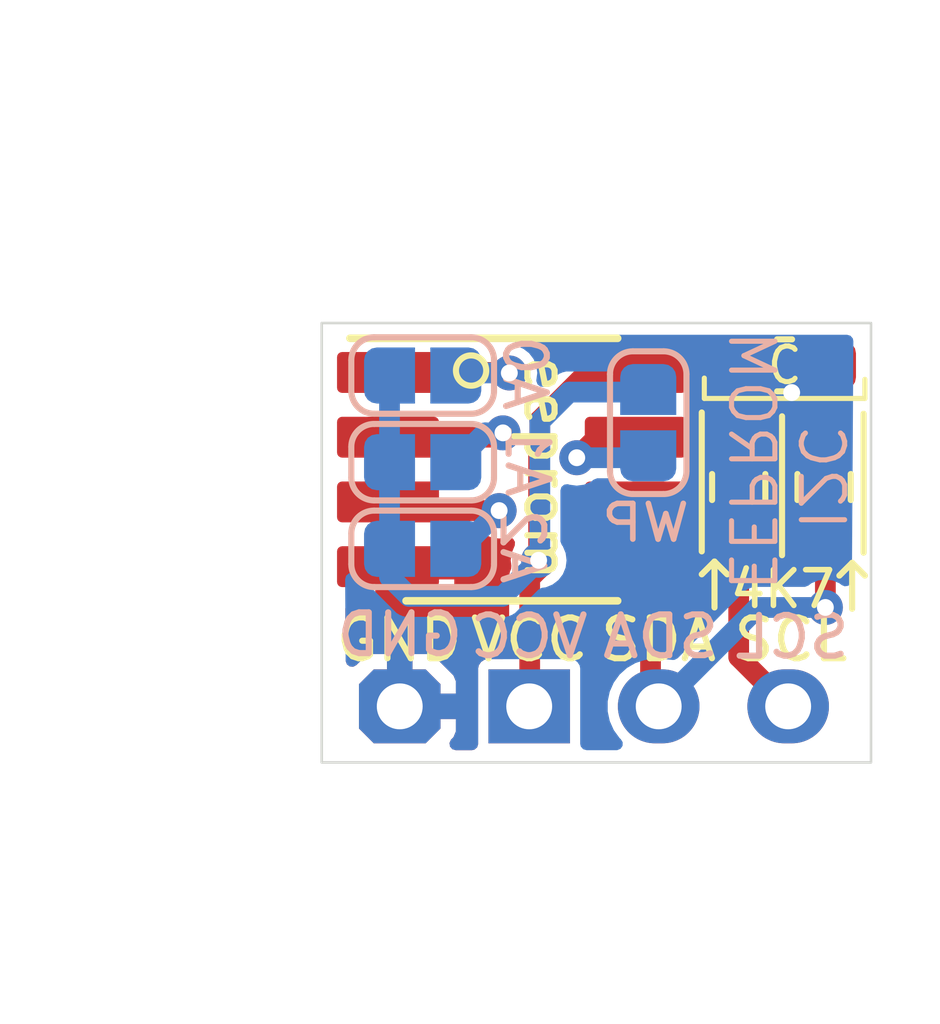
<source format=kicad_pcb>
(kicad_pcb (version 20221018) (generator pcbnew)
  (layers (0 "F.Cu" signal) (31 "B.Cu" signal) (34 "B.Paste" user) (35 "F.Paste" user) (36 "B.SilkS" user "B.Silkscreen") (37 "F.SilkS" user "F.Silkscreen") (38 "B.Mask" user) (39 "F.Mask" user) (44 "Edge.Cuts" user))
  (net 0 "")
  (net 1 "GNDREF")
  (net 2 "VCC")
  (net 3 "/scl")
  (net 4 "/sda")
  (net 5 "/nwc")
  (net 6 "Net-(A0-B)")
  (net 7 "Net-(A1-B)")
  (net 8 "Net-(A2-B)")
  (footprint "Capacitor_SMD:C_0603_1608Metric_Pad1.08x0.95mm_HandSolder" (layer "F.Cu") (at 200.65 130.5)
    (fp_text reference "C1" hide)
    (fp_text value "0.1")
    (fp_line (start -0.146267 -0.51) (end 0.146267 -0.51) (stroke (width 0.12)) (layer "F.SilkS"))
    (fp_line (start -0.146267 0.51) (end 0.146267 0.51) (stroke (width 0.12)) (layer "F.SilkS"))
    (pad "1" smd roundrect (at -0.8625 0) (size 1.075 0.95) (layers "F.Cu" "F.Paste" "F.Mask") (net 2 "VCC"))
    (pad "2" smd roundrect (at 0.8625 0) (size 1.075 0.95) (layers "F.Cu" "F.Paste" "F.Mask") (net 1 "GNDREF"))
  )
  (footprint "Resistor_SMD:R_0603_1608Metric_Pad0.98x0.95mm_HandSolder" (layer "F.Cu") (at 199.75 132.8875 90)
    (fp_text reference "R1" hide)
    (fp_text value "4K7")
    (fp_line (start -0.254724 -0.5225) (end 0.254724 -0.5225) (stroke (width 0.12)) (layer "F.SilkS"))
    (fp_line (start -0.254724 0.5225) (end 0.254724 0.5225) (stroke (width 0.12)) (layer "F.SilkS"))
    (pad "1" smd roundrect (at -0.9125 0 90) (size 0.975 0.95) (layers "F.Cu" "F.Paste" "F.Mask") (net 3 "/scl"))
    (pad "2" smd roundrect (at 0.9125 0 90) (size 0.975 0.95) (layers "F.Cu" "F.Paste" "F.Mask") (net 2 "VCC"))
  )
  (footprint "Resistor_SMD:R_0603_1608Metric_Pad0.98x0.95mm_HandSolder" (layer "F.Cu") (at 201.425 132.8875 90)
    (fp_text reference "R2" hide)
    (fp_text value "4K7")
    (fp_line (start -0.254724 -0.5225) (end 0.254724 -0.5225) (stroke (width 0.12)) (layer "F.SilkS"))
    (fp_line (start -0.254724 0.5225) (end 0.254724 0.5225) (stroke (width 0.12)) (layer "F.SilkS"))
    (pad "1" smd roundrect (at -0.9125 0 90) (size 0.975 0.95) (layers "F.Cu" "F.Paste" "F.Mask") (net 4 "/sda"))
    (pad "2" smd roundrect (at 0.9125 0 90) (size 0.975 0.95) (layers "F.Cu" "F.Paste" "F.Mask") (net 2 "VCC"))
  )
  (footprint "Connector_PinHeader_2.54mm:PinHeader_1x04_P2.54mm_Vertical" (layer "F.Cu") (at 200.72 137.19 -90)
    (fp_text reference "J2" hide)
    (fp_text value "Conn_01x04_Pin")
    (pad "1" thru_hole oval (at 0 0 270) (size 1.45 1.6) (drill 0.9) (layers "*.Cu" "*.Mask") (net 3 "/scl"))
    (pad "2" thru_hole oval (at 0 2.54 270) (size 1.45 1.6) (drill 0.9) (layers "*.Cu" "*.Mask") (net 4 "/sda"))
    (pad "3" thru_hole rect (at 0 5.08 270) (size 1.45 1.6) (drill 0.9) (layers "*.Cu" "*.Mask") (net 2 "VCC"))
    (pad "4" thru_hole roundrect (at 0 7.62 270) (size 1.45 1.6) (drill 0.9) (layers "*.Cu" "*.Mask") (roundrect_rratio 0) (chamfer_ratio 0.2) (chamfer top_left top_right bottom_left bottom_right) (net 1 "GNDREF"))
  )
  (footprint "attinyspeaker:D_SO-8_handsolder" (layer "F.Cu") (at 195.3 132.545)
    (fp_text reference "U2" hide)
    (fp_text value "AT24CS01-SSHM")
    (fp_line (start -3.175 -2.575) (end 2.075 -2.575) (stroke (width 0.15)) (layer "F.SilkS"))
    (fp_line (start -2.075 2.575) (end 2.075 2.575) (stroke (width 0.15)) (layer "F.SilkS"))
    (pad "1" smd roundrect (at -2.43 -1.905) (size 2 0.802) (layers "F.Cu" "F.Paste" "F.Mask") (roundrect_rratio 0.1246882793) (net 6 "Net-(A0-B)"))
    (pad "2" smd roundrect (at -2.43 -0.635) (size 2 0.802) (layers "F.Cu" "F.Paste" "F.Mask") (roundrect_rratio 0.1246882793) (net 7 "Net-(A1-B)"))
    (pad "3" smd roundrect (at -2.43 0.635) (size 2 0.802) (layers "F.Cu" "F.Paste" "F.Mask") (roundrect_rratio 0.1246882793) (net 8 "Net-(A2-B)"))
    (pad "4" smd roundrect (at -2.43 1.905) (size 2 0.802) (layers "F.Cu" "F.Paste" "F.Mask") (roundrect_rratio 0.1246882793) (net 1 "GNDREF"))
    (pad "5" smd roundrect (at 2.43 1.905) (size 2 0.802) (layers "F.Cu" "F.Paste" "F.Mask") (roundrect_rratio 0.1253117207) (net 4 "/sda"))
    (pad "6" smd roundrect (at 2.43 0.635) (size 2 0.802) (layers "F.Cu" "F.Paste" "F.Mask") (roundrect_rratio 0.1246882793) (net 3 "/scl"))
    (pad "7" smd roundrect (at 2.43 -0.635) (size 2 0.802) (layers "F.Cu" "F.Paste" "F.Mask") (roundrect_rratio 0.1253117207) (net 5 "/nwc"))
    (pad "8" smd roundrect (at 2.43 -1.905) (size 2 0.802) (layers "F.Cu" "F.Paste" "F.Mask") (roundrect_rratio 0.1246882793) (net 2 "VCC"))
  )
  (footprint "attinyspeaker:SolderJumper-2_P1.3mm_Open_NarrowPad1.0x1.5mm" (layer "B.Cu") (at 193.55 134.1)
    (fp_text reference "A2" (at 1.95 -0.05 270 unlocked) (layer "B.SilkS") (effects (font (size 0.8 0.8) (thickness 0.12)) (justify mirror)))
    (fp_text value "SolderJumper_2_Open")
    (fp_line (start -1.4 -0.3) (end -1.4 0.3) (stroke (width 0.12)) (layer "B.SilkS"))
    (fp_line (start -0.95 0.75) (end 0.95 0.75) (stroke (width 0.12)) (layer "B.SilkS"))
    (fp_line (start 0.95 -0.75) (end -0.95 -0.75) (stroke (width 0.12)) (layer "B.SilkS"))
    (fp_line (start 1.4 0.3) (end 1.4 -0.3) (stroke (width 0.12)) (layer "B.SilkS"))
    (fp_arc (start -1.4 -0.3) (mid -1.268198 -0.618198) (end -0.95 -0.75) (stroke (width 0.12)) (layer "B.SilkS"))
    (fp_arc (start -0.95 0.75) (mid -1.268198 0.618198) (end -1.4 0.3) (stroke (width 0.12)) (layer "B.SilkS"))
    (fp_arc (start 0.95 -0.75) (mid 1.268198 -0.618198) (end 1.4 -0.3) (stroke (width 0.12)) (layer "B.SilkS"))
    (fp_arc (start 1.4 0.3) (mid 1.268198 0.618198) (end 0.95 0.75) (stroke (width 0.12)) (layer "B.SilkS"))
    (pad "1" smd roundrect (at -0.65 0) (size 1 1.1) (layers "B.Cu" "B.Mask") (chamfer_ratio 0) (chamfer top_right bottom_right) (net 2 "VCC"))
    (pad "2" smd roundrect (at 0.65 0) (size 1 1.1) (layers "B.Cu" "B.Mask") (chamfer_ratio 0) (chamfer top_left bottom_left) (net 8 "Net-(A2-B)"))
  )
  (footprint "attinyspeaker:SolderJumper-2_P1.3mm_Open_NarrowPad1.0x1.5mm" (layer "B.Cu") (at 197.975 131.625 90)
    (fp_text reference "WP1" hide)
    (fp_text value "SolderJumper_2_Open")
    (fp_line (start -1.4 -0.3) (end -1.4 0.3) (stroke (width 0.12)) (layer "B.SilkS"))
    (fp_line (start -0.95 0.75) (end 0.95 0.75) (stroke (width 0.12)) (layer "B.SilkS"))
    (fp_line (start 0.95 -0.75) (end -0.95 -0.75) (stroke (width 0.12)) (layer "B.SilkS"))
    (fp_line (start 1.4 0.3) (end 1.4 -0.3) (stroke (width 0.12)) (layer "B.SilkS"))
    (fp_arc (start -1.4 -0.3) (mid -1.268198 -0.618198) (end -0.95 -0.75) (stroke (width 0.12)) (layer "B.SilkS"))
    (fp_arc (start -0.95 0.75) (mid -1.268198 0.618198) (end -1.4 0.3) (stroke (width 0.12)) (layer "B.SilkS"))
    (fp_arc (start 0.95 -0.75) (mid 1.268198 -0.618198) (end 1.4 -0.3) (stroke (width 0.12)) (layer "B.SilkS"))
    (fp_arc (start 1.4 0.3) (mid 1.268198 0.618198) (end 0.95 0.75) (stroke (width 0.12)) (layer "B.SilkS"))
    (pad "1" smd roundrect (at -0.65 0 90) (size 1 1.1) (layers "B.Cu" "B.Mask") (chamfer_ratio 0) (chamfer top_right bottom_right) (net 5 "/nwc"))
    (pad "2" smd roundrect (at 0.65 0 90) (size 1 1.1) (layers "B.Cu" "B.Mask") (chamfer_ratio 0) (chamfer top_left bottom_left) (net 2 "VCC"))
  )
  (footprint "attinyspeaker:SolderJumper-2_P1.3mm_Open_NarrowPad1.0x1.5mm" (layer "B.Cu") (at 193.55 132.4)
    (fp_text reference "A1" (at 2.05 -0.05 -90 unlocked) (layer "B.SilkS") (effects (font (size 0.8 0.8) (thickness 0.12)) (justify mirror)))
    (fp_text value "SolderJumper_2_Open")
    (fp_line (start -1.4 -0.3) (end -1.4 0.3) (stroke (width 0.12)) (layer "B.SilkS"))
    (fp_line (start -0.95 0.75) (end 0.95 0.75) (stroke (width 0.12)) (layer "B.SilkS"))
    (fp_line (start 0.95 -0.75) (end -0.95 -0.75) (stroke (width 0.12)) (layer "B.SilkS"))
    (fp_line (start 1.4 0.3) (end 1.4 -0.3) (stroke (width 0.12)) (layer "B.SilkS"))
    (fp_arc (start -1.4 -0.3) (mid -1.268198 -0.618198) (end -0.95 -0.75) (stroke (width 0.12)) (layer "B.SilkS"))
    (fp_arc (start -0.95 0.75) (mid -1.268198 0.618198) (end -1.4 0.3) (stroke (width 0.12)) (layer "B.SilkS"))
    (fp_arc (start 0.95 -0.75) (mid 1.268198 -0.618198) (end 1.4 -0.3) (stroke (width 0.12)) (layer "B.SilkS"))
    (fp_arc (start 1.4 0.3) (mid 1.268198 0.618198) (end 0.95 0.75) (stroke (width 0.12)) (layer "B.SilkS"))
    (pad "1" smd roundrect (at -0.65 0) (size 1 1.1) (layers "B.Cu" "B.Mask") (chamfer_ratio 0) (chamfer top_right bottom_right) (net 2 "VCC"))
    (pad "2" smd roundrect (at 0.65 0) (size 1 1.1) (layers "B.Cu" "B.Mask") (chamfer_ratio 0) (chamfer top_left bottom_left) (net 7 "Net-(A1-B)"))
  )
  (footprint "attinyspeaker:SolderJumper-2_P1.3mm_Open_NarrowPad1.0x1.5mm" (layer "B.Cu") (at 193.55 130.7)
    (fp_text reference "A0" (at 2 -0.05 -90 unlocked) (layer "B.SilkS") (effects (font (size 0.8 0.8) (thickness 0.12)) (justify mirror)))
    (fp_text value "SolderJumper_2_Open")
    (fp_line (start -1.4 -0.3) (end -1.4 0.3) (stroke (width 0.12)) (layer "B.SilkS"))
    (fp_line (start -0.95 0.75) (end 0.95 0.75) (stroke (width 0.12)) (layer "B.SilkS"))
    (fp_line (start 0.95 -0.75) (end -0.95 -0.75) (stroke (width 0.12)) (layer "B.SilkS"))
    (fp_line (start 1.4 0.3) (end 1.4 -0.3) (stroke (width 0.12)) (layer "B.SilkS"))
    (fp_arc (start -1.4 -0.3) (mid -1.268198 -0.618198) (end -0.95 -0.75) (stroke (width 0.12)) (layer "B.SilkS"))
    (fp_arc (start -0.95 0.75) (mid -1.268198 0.618198) (end -1.4 0.3) (stroke (width 0.12)) (layer "B.SilkS"))
    (fp_arc (start 0.95 -0.75) (mid 1.268198 -0.618198) (end 1.4 -0.3) (stroke (width 0.12)) (layer "B.SilkS"))
    (fp_arc (start 1.4 0.3) (mid 1.268198 0.618198) (end 0.95 0.75) (stroke (width 0.12)) (layer "B.SilkS"))
    (pad "1" smd roundrect (at -0.65 0) (size 1 1.1) (layers "B.Cu" "B.Mask") (chamfer_ratio 0) (chamfer top_right bottom_right) (net 2 "VCC"))
    (pad "2" smd roundrect (at 0.65 0) (size 1 1.1) (layers "B.Cu" "B.Mask") (chamfer_ratio 0) (chamfer top_left bottom_left) (net 6 "Net-(A0-B)"))
  )
  (gr_line (start 201.975 134.375) (end 201.725 134.625) (stroke (width 0.12)) (layer "F.SilkS"))
  (gr_line (start 199.025 131.425) (end 199.025 134.15) (stroke (width 0.12)) (layer "F.SilkS"))
  (gr_line (start 201.975 135.275) (end 201.975 134.375) (stroke (width 0.12)) (layer "F.SilkS"))
  (gr_line (start 199.525 134.6) (end 199.275 134.35) (stroke (width 0.12)) (layer "F.SilkS"))
  (gr_line (start 202.225 134.625) (end 201.975 134.375) (stroke (width 0.12)) (layer "F.SilkS"))
  (gr_line (start 199.075 131.15) (end 202.225 131.15) (stroke (width 0.1)) (layer "F.SilkS"))
  (gr_line (start 199.275 134.35) (end 199.025 134.6) (stroke (width 0.12)) (layer "F.SilkS"))
  (gr_line (start 200.6 131.5) (end 200.6 134.225) (stroke (width 0.12)) (layer "F.SilkS"))
  (gr_line (start 202.2 131.45) (end 202.2 134.175) (stroke (width 0.12)) (layer "F.SilkS"))
  (gr_line (start 202.225 131.15) (end 202.225 130.775) (stroke (width 0.1)) (layer "F.SilkS"))
  (gr_line (start 199.075 130.75) (end 199.075 131.15) (stroke (width 0.1)) (layer "F.SilkS"))
  (gr_line (start 199.275 135.25) (end 199.275 134.35) (stroke (width 0.12)) (layer "F.SilkS"))
  (gr_circle (center 194.5 130.602679) (end 194.7 130.822679) (stroke (width 0.12)) (fill none) (layer "F.SilkS"))
  (gr_rect (start 191.57 129.67) (end 202.345 138.29) (stroke (width 0.05)) (fill none) (layer "Edge.Cuts"))
  (gr_text "VCC" (at 196.86 136.29) (layer "B.SilkS") (effects (font (size 0.8 0.8) (thickness 0.12)) (justify left bottom mirror)))
  (gr_text "GND" (at 194.4 136.25) (layer "B.SilkS") (effects (font (size 0.8 0.8) (thickness 0.12)) (justify left bottom mirror)))
  (gr_text "WP" (at 198.85 134) (layer "B.SilkS") (effects (font (size 0.7 0.8) (thickness 0.11)) (justify left bottom mirror)))
  (gr_text "SDA" (at 199.42 136.29) (layer "B.SilkS") (effects (font (size 0.8 0.8) (thickness 0.12)) (justify left bottom mirror)))
  (gr_text "I2C \nEEPROM" (at 199.5 132.375 270) (layer "B.SilkS") (effects (font (size 0.85 0.85) (thickness 0.1)) (justify bottom mirror)))
  (gr_text "SCL" (at 201.98 136.3) (layer "B.SilkS") (effects (font (size 0.8 0.8) (thickness 0.12)) (justify left bottom mirror)))
  (gr_text "VCC" (at 194.42 136.35) (layer "F.SilkS") (effects (font (size 0.8 0.8) (thickness 0.12)) (justify left bottom)))
  (gr_text "GND" (at 191.79 136.35) (layer "F.SilkS") (effects (font (size 0.8 0.8) (thickness 0.12)) (justify left bottom)))
  (gr_text "C" (at 200.262661 130.911099) (layer "F.SilkS") (effects (font (size 0.7 0.65) (thickness 0.1)) (justify left bottom)))
  (gr_text "SDA" (at 196.975 136.35) (layer "F.SilkS") (effects (font (size 0.8 0.8) (thickness 0.12)) (justify left bottom)))
  (gr_text "4K7\n" (at 199.525 135.3) (layer "F.SilkS") (effects (font (size 0.7 0.7) (thickness 0.11)) (justify left bottom)))
  (gr_text "eeprom" (at 195.5 130.25 270) (layer "F.SilkS") (effects (font (size 0.8 0.8) (thickness 0.12)) (justify left bottom)))
  (gr_text "SCL" (at 199.59 136.35) (layer "F.SilkS") (effects (font (size 0.8 0.8) (thickness 0.12)) (justify left bottom)))
  (segment (start 193.1 134.535) (end 193.16 134.475) (width 0.4064) (layer "F.Cu") (net 1))
  (segment (start 193.1 137.19) (end 193.1 134.535) (width 0.4064) (layer "F.Cu") (net 1))
  (segment (start 201.323635 130.5) (end 200.789187 131.034448) (width 0.4064) (layer "F.Cu") (net 1))
  (segment (start 201.5125 130.5) (end 201.323635 130.5) (width 0.4064) (layer "F.Cu") (net 1))
  (via (at 200.789187 131.034448) (size 0.6858) (drill 0.3302) (layers "F.Cu" "B.Cu") (net 1))
  (segment (start 195.8489 131.5761) (end 196.785 130.64) (width 0.4064) (layer "F.Cu") (net 2))
  (segment (start 195.825 132.14875) (end 195.8489 132.12485) (width 0.4064) (layer "F.Cu") (net 2))
  (segment (start 195.8489 132.12485) (end 195.8489 131.5761) (width 0.4064) (layer "F.Cu") (net 2))
  (segment (start 199.6475 130.64) (end 199.7875 130.5) (width 0.4064) (layer "F.Cu") (net 2))
  (segment (start 199.7875 130.5) (end 199.7875 131.9375) (width 0.4064) (layer "F.Cu") (net 2))
  (segment (start 195.65 134.675) (end 195.825 134.5) (width 0.4064) (layer "F.Cu") (net 2))
  (segment (start 196.785 130.64) (end 197.11 130.64) (width 0.4064) (layer "F.Cu") (net 2))
  (segment (start 195.64 137.19) (end 195.65 137.18) (width 0.4064) (layer "F.Cu") (net 2))
  (segment (start 199.75 131.975) (end 201.425 131.975) (width 0.4064) (layer "F.Cu") (net 2))
  (segment (start 199.7875 131.9375) (end 199.75 131.975) (width 0.4064) (layer "F.Cu") (net 2))
  (segment (start 195.65 137.18) (end 195.65 134.675) (width 0.4064) (layer "F.Cu") (net 2))
  (segment (start 195.825 134.5) (end 195.825 132.14875) (width 0.4064) (layer "F.Cu") (net 2))
  (segment (start 197.73 130.64) (end 199.6475 130.64) (width 0.4064) (layer "F.Cu") (net 2))
  (via (at 195.825 134.325) (size 0.6858) (drill 0.3302) (layers "F.Cu" "B.Cu") (net 2))
  (segment (start 192.9 132.4) (end 192.9 134.1) (width 0.4064) (layer "B.Cu") (net 2))
  (segment (start 197.925 131.025) (end 197.975 130.975) (width 0.4064) (layer "B.Cu") (net 2))
  (segment (start 192.9 130.7) (end 192.9 132.4) (width 0.4064) (layer "B.Cu") (net 2))
  (segment (start 195.119 135.031) (end 193.281 135.031) (width 0.4064) (layer "B.Cu") (net 2))
  (segment (start 195.825 134.325) (end 195.8489 134.3011) (width 0.4064) (layer "B.Cu") (net 2))
  (segment (start 195.825 134.325) (end 195.119 135.031) (width 0.4064) (layer "B.Cu") (net 2))
  (segment (start 193.281 135.031) (end 192.9 134.65) (width 0.4064) (layer "B.Cu") (net 2))
  (segment (start 192.9 134.65) (end 192.9 134.1) (width 0.4064) (layer "B.Cu") (net 2))
  (segment (start 196.425 131.025) (end 197.925 131.025) (width 0.4064) (layer "B.Cu") (net 2))
  (segment (start 195.8489 134.3011) (end 195.8489 131.6011) (width 0.4064) (layer "B.Cu") (net 2))
  (segment (start 195.8489 131.6011) (end 196.425 131.025) (width 0.4064) (layer "B.Cu") (net 2))
  (segment (start 199.75 136.22) (end 200.72 137.19) (width 0.4064) (layer "F.Cu") (net 3))
  (segment (start 199.13 133.18) (end 199.75 133.8) (width 0.4064) (layer "F.Cu") (net 3))
  (segment (start 199.75 133.8) (end 199.75 136.22) (width 0.4064) (layer "F.Cu") (net 3))
  (segment (start 197.73 133.18) (end 199.13 133.18) (width 0.4064) (layer "F.Cu") (net 3))
  (segment (start 198.02 134.475) (end 198.02 137.03) (width 0.4064) (layer "F.Cu") (net 4))
  (segment (start 201.45 133.825) (end 201.425 133.8) (width 0.4064) (layer "F.Cu") (net 4))
  (segment (start 198.02 137.03) (end 198.18 137.19) (width 0.4064) (layer "F.Cu") (net 4))
  (segment (start 201.45 135.25) (end 201.45 133.825) (width 0.4064) (layer "F.Cu") (net 4))
  (via (at 201.45 135.25) (size 0.6858) (drill 0.3302) (layers "F.Cu" "B.Cu") (net 4))
  (segment (start 200.12 135.25) (end 198.18 137.19) (width 0.4064) (layer "B.Cu") (net 4))
  (segment (start 201.45 135.25) (end 200.12 135.25) (width 0.4064) (layer "B.Cu") (net 4))
  (segment (start 196.975403 131.91) (end 196.5728 132.312603) (width 0.4064) (layer "F.Cu") (net 5))
  (segment (start 197.73 131.91) (end 196.975403 131.91) (width 0.4064) (layer "F.Cu") (net 5))
  (via (at 196.5728 132.312603) (size 0.6858) (drill 0.3302) (layers "F.Cu" "B.Cu") (net 5))
  (segment (start 197.975 132.275) (end 197.937397 132.312603) (width 0.4064) (layer "B.Cu") (net 5))
  (segment (start 197.937397 132.312603) (end 196.5728 132.312603) (width 0.4064) (layer "B.Cu") (net 5))
  (segment (start 195.24 130.64) (end 192.87 130.64) (width 0.4064) (layer "F.Cu") (net 6))
  (segment (start 195.25 130.65) (end 195.24 130.64) (width 0.4064) (layer "F.Cu") (net 6))
  (via (at 195.25 130.65) (size 0.6858) (drill 0.3302) (layers "F.Cu" "B.Cu") (net 6))
  (segment (start 195.25 130.65) (end 194.25 130.65) (width 0.4064) (layer "B.Cu") (net 6))
  (segment (start 194.25 130.65) (end 194.2 130.7) (width 0.4064) (layer "B.Cu") (net 6))
  (segment (start 195.04 131.91) (end 192.87 131.91) (width 0.4064) (layer "F.Cu") (net 7))
  (segment (start 195.125 131.825) (end 195.04 131.91) (width 0.4064) (layer "F.Cu") (net 7))
  (via (at 195.125 131.825) (size 0.6858) (drill 0.3302) (layers "F.Cu" "B.Cu") (net 7))
  (segment (start 194.775 131.825) (end 194.2 132.4) (width 0.4064) (layer "B.Cu") (net 7))
  (segment (start 195.125 131.825) (end 194.775 131.825) (width 0.4064) (layer "B.Cu") (net 7))
  (segment (start 193.04 133.35) (end 192.87 133.18) (width 0.4064) (layer "F.Cu") (net 8))
  (segment (start 195.05 133.35) (end 193.04 133.35) (width 0.4064) (layer "F.Cu") (net 8))
  (via (at 195.05 133.35) (size 0.6858) (drill 0.3302) (layers "F.Cu" "B.Cu") (net 8))
  (segment (start 195.05 133.35) (end 194.3 134.1) (width 0.4064) (layer "B.Cu") (net 8))
  (segment (start 194.3 134.1) (end 194.2 134.1) (width 0.4064) (layer "B.Cu") (net 8))
  (zone (net 1) (net_name "GNDREF") (layers "F&B.Cu") (connect_pads (clearance 0.2)) (min_thickness 0.25) (fill yes (thermal_gap 0.3) (thermal_bridge_width 0.5))
    (polygon (pts (xy 192 129.9) (xy 202 129.9) (xy 201.95 138.05) (xy 192.05 138.05)))
  )
)
</source>
